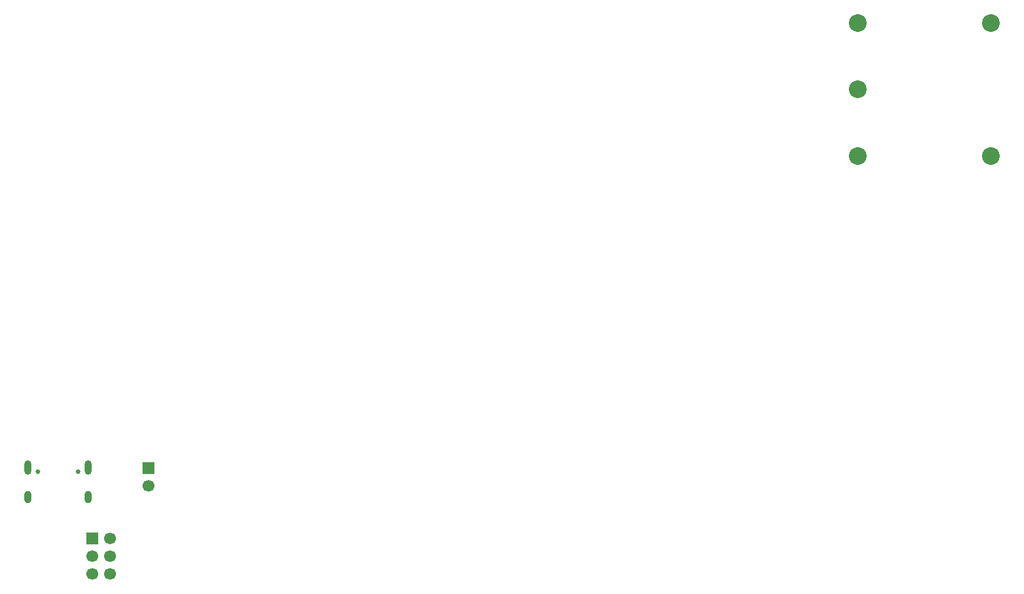
<source format=gbr>
%TF.GenerationSoftware,KiCad,Pcbnew,9.0.4*%
%TF.CreationDate,2025-09-29T16:45:49+02:00*%
%TF.ProjectId,gpsdo,67707364-6f2e-46b6-9963-61645f706362,rev?*%
%TF.SameCoordinates,Original*%
%TF.FileFunction,Soldermask,Bot*%
%TF.FilePolarity,Negative*%
%FSLAX46Y46*%
G04 Gerber Fmt 4.6, Leading zero omitted, Abs format (unit mm)*
G04 Created by KiCad (PCBNEW 9.0.4) date 2025-09-29 16:45:49*
%MOMM*%
%LPD*%
G01*
G04 APERTURE LIST*
%ADD10C,0.650000*%
%ADD11O,1.000000X2.100000*%
%ADD12O,1.000000X1.800000*%
%ADD13R,1.700000X1.700000*%
%ADD14C,1.700000*%
%ADD15C,2.540000*%
G04 APERTURE END LIST*
D10*
%TO.C,J3*%
X63657500Y-112235000D03*
X69437500Y-112235000D03*
D11*
X62227500Y-111715000D03*
D12*
X62227500Y-115915000D03*
D11*
X70867500Y-111715000D03*
D12*
X70867500Y-115915000D03*
%TD*%
D13*
%TO.C,J2*%
X71427500Y-121840000D03*
D14*
X73967500Y-121840000D03*
X71427500Y-124380000D03*
X73967500Y-124380000D03*
X71427500Y-126920000D03*
X73967500Y-126920000D03*
%TD*%
D13*
%TO.C,J1*%
X79477500Y-111760000D03*
D14*
X79477500Y-114300000D03*
%TD*%
D15*
%TO.C,OSC5A2B1*%
X180975000Y-47975000D03*
X180975000Y-57500000D03*
X180975000Y-67025000D03*
X200025000Y-67025000D03*
X200025000Y-47975000D03*
%TD*%
M02*

</source>
